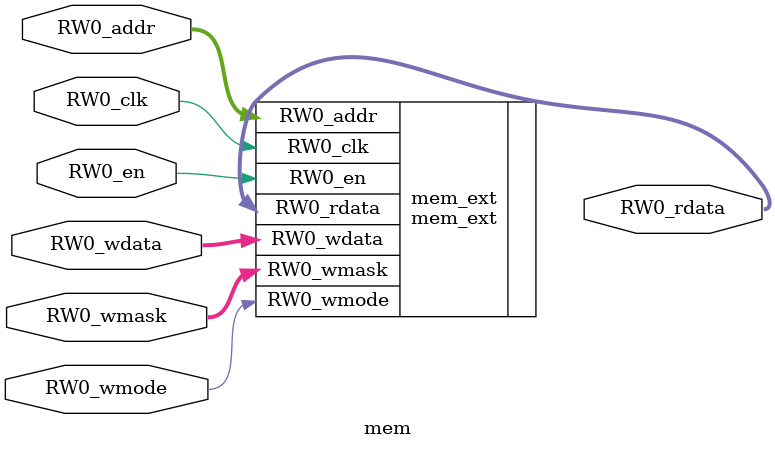
<source format=sv>
`ifndef RANDOMIZE
  `ifdef RANDOMIZE_REG_INIT
    `define RANDOMIZE
  `endif // RANDOMIZE_REG_INIT
`endif // not def RANDOMIZE
`ifndef RANDOMIZE
  `ifdef RANDOMIZE_MEM_INIT
    `define RANDOMIZE
  `endif // RANDOMIZE_MEM_INIT
`endif // not def RANDOMIZE

`ifndef RANDOM
  `define RANDOM $random
`endif // not def RANDOM

// Users can define 'PRINTF_COND' to add an extra gate to prints.
`ifndef PRINTF_COND_
  `ifdef PRINTF_COND
    `define PRINTF_COND_ (`PRINTF_COND)
  `else  // PRINTF_COND
    `define PRINTF_COND_ 1
  `endif // PRINTF_COND
`endif // not def PRINTF_COND_

// Users can define 'ASSERT_VERBOSE_COND' to add an extra gate to assert error printing.
`ifndef ASSERT_VERBOSE_COND_
  `ifdef ASSERT_VERBOSE_COND
    `define ASSERT_VERBOSE_COND_ (`ASSERT_VERBOSE_COND)
  `else  // ASSERT_VERBOSE_COND
    `define ASSERT_VERBOSE_COND_ 1
  `endif // ASSERT_VERBOSE_COND
`endif // not def ASSERT_VERBOSE_COND_

// Users can define 'STOP_COND' to add an extra gate to stop conditions.
`ifndef STOP_COND_
  `ifdef STOP_COND
    `define STOP_COND_ (`STOP_COND)
  `else  // STOP_COND
    `define STOP_COND_ 1
  `endif // STOP_COND
`endif // not def STOP_COND_

// Users can define INIT_RANDOM as general code that gets injected into the
// initializer block for modules with registers.
`ifndef INIT_RANDOM
  `define INIT_RANDOM
`endif // not def INIT_RANDOM

// If using random initialization, you can also define RANDOMIZE_DELAY to
// customize the delay used, otherwise 0.002 is used.
`ifndef RANDOMIZE_DELAY
  `define RANDOMIZE_DELAY 0.002
`endif // not def RANDOMIZE_DELAY

// Define INIT_RANDOM_PROLOG_ for use in our modules below.
`ifndef INIT_RANDOM_PROLOG_
  `ifdef RANDOMIZE
    `ifdef VERILATOR
      `define INIT_RANDOM_PROLOG_ `INIT_RANDOM
    `else  // VERILATOR
      `define INIT_RANDOM_PROLOG_ `INIT_RANDOM #`RANDOMIZE_DELAY begin end
    `endif // VERILATOR
  `else  // RANDOMIZE
    `define INIT_RANDOM_PROLOG_
  `endif // RANDOMIZE
`endif // not def INIT_RANDOM_PROLOG_

module mem(	// @[DescribedSRAM.scala:17:26]
  input  [10:0] RW0_addr,
  input         RW0_en,
                RW0_clk,
                RW0_wmode,
  input  [63:0] RW0_wdata,
  input  [7:0]  RW0_wmask,
  output [63:0] RW0_rdata
);

  mem_ext mem_ext (	// @[DescribedSRAM.scala:17:26]
    .RW0_addr  (RW0_addr),
    .RW0_en    (RW0_en),
    .RW0_clk   (RW0_clk),
    .RW0_wmode (RW0_wmode),
    .RW0_wdata (RW0_wdata),
    .RW0_wmask (RW0_wmask),
    .RW0_rdata (RW0_rdata)
  );
endmodule


</source>
